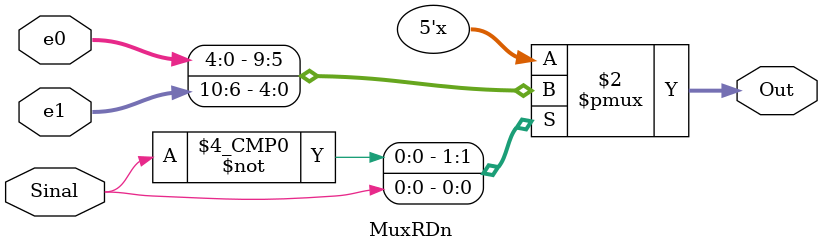
<source format=v>
module MuxRDn(e0, e1,Sinal, Out);

input wire [31:0] e0; // entradas
input wire [15:0] e1;
input wire Sinal; // controle
output reg [4:0] Out; // saída

always @(*) begin
	case(Sinal)
		1'b0: Out <= e0[4:0];
		1'b1: Out <= e1[10:6];
	endcase
end
endmodule 
</source>
